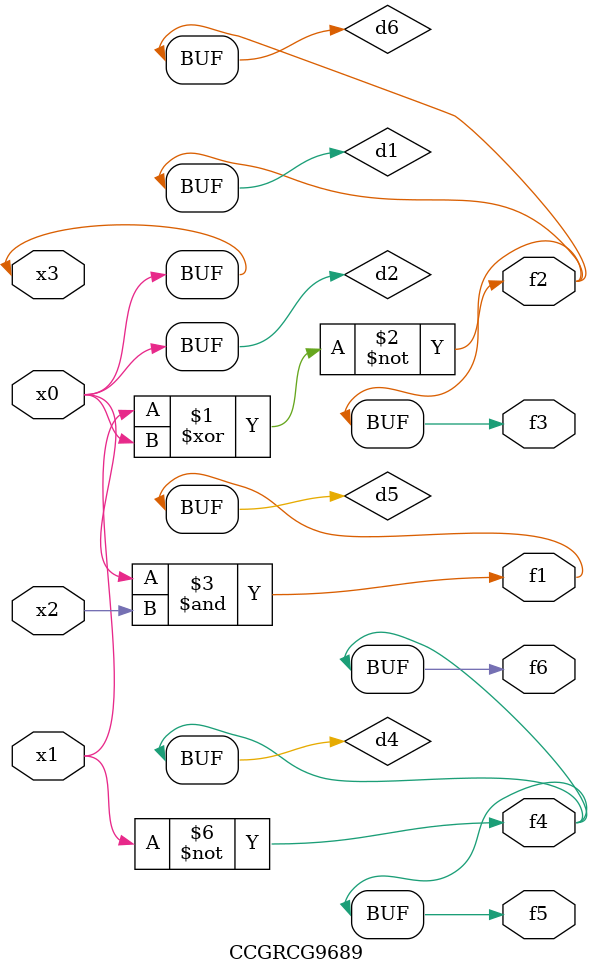
<source format=v>
module CCGRCG9689(
	input x0, x1, x2, x3,
	output f1, f2, f3, f4, f5, f6
);

	wire d1, d2, d3, d4, d5, d6;

	xnor (d1, x1, x3);
	buf (d2, x0, x3);
	nand (d3, x0, x2);
	not (d4, x1);
	nand (d5, d3);
	or (d6, d1);
	assign f1 = d5;
	assign f2 = d6;
	assign f3 = d6;
	assign f4 = d4;
	assign f5 = d4;
	assign f6 = d4;
endmodule

</source>
